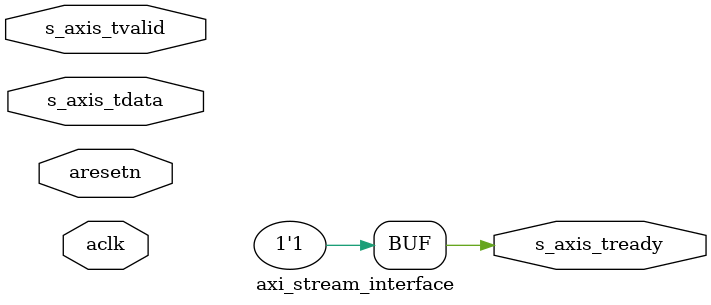
<source format=v>
module axi_stream_interface(
    input wire aclk,
    input wire aresetn,
    input wire [7:0] s_axis_tdata,
    input wire s_axis_tvalid,
    output wire s_axis_tready
);

assign s_axis_tready = 1'b1;

endmodule

</source>
